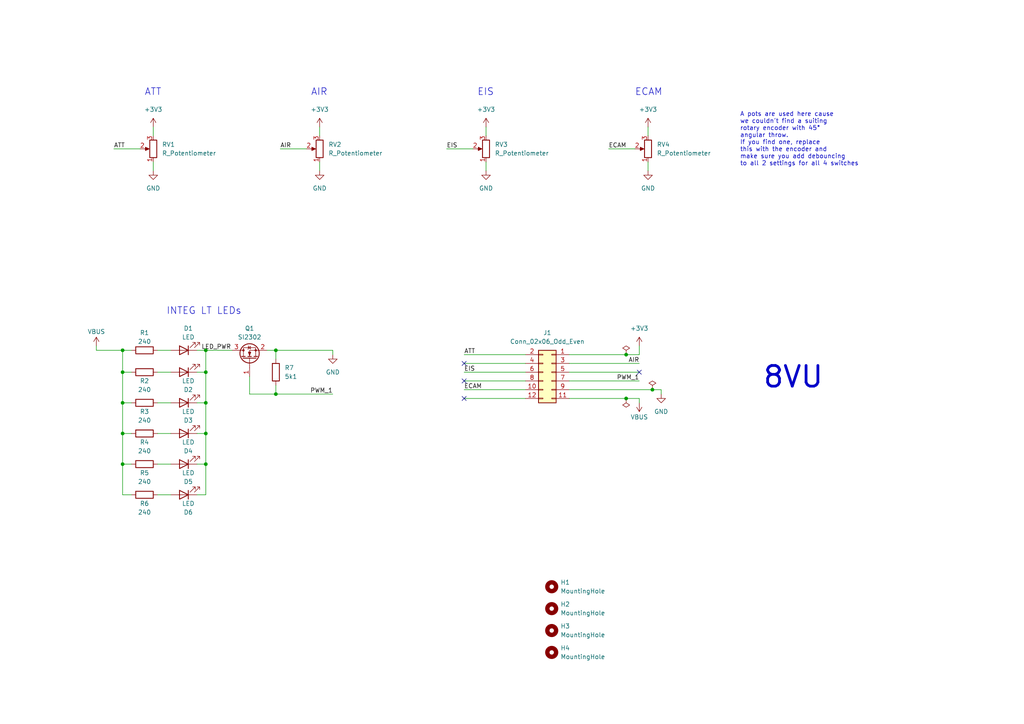
<source format=kicad_sch>
(kicad_sch (version 20230121) (generator eeschema)
  (paper "A4")
  (lib_symbols
    (symbol "Connector_Generic:Conn_02x06_Odd_Even" (pin_names (offset 1.016) hide)
      (property "Reference" "J" (at 1.27 7.62 0))
      (property "Value" "Conn_02x06_Odd_Even" (at 1.27 -10.16 0))
      (symbol "Conn_02x06_Odd_Even_1_1"
        (rectangle (start -1.27 -7.493) (end 0 -7.747) (stroke (width 0.1524)))
        (rectangle (start -1.27 -4.953) (end 0 -5.207) (stroke (width 0.1524)))
        (rectangle (start -1.27 -2.413) (end 0 -2.667) (stroke (width 0.1524)))
        (rectangle (start -1.27 0.127) (end 0 -0.127) (stroke (width 0.1524)))
        (rectangle (start -1.27 2.667) (end 0 2.413) (stroke (width 0.1524)))
        (rectangle (start -1.27 5.207) (end 0 4.953) (stroke (width 0.1524)))
        (rectangle (start -1.27 6.35) (end 3.81 -8.89) (stroke (width 0.254)) (fill (type background)))
        (rectangle (start 3.81 -7.493) (end 2.54 -7.747) (stroke (width 0.1524)))
        (rectangle (start 3.81 -4.953) (end 2.54 -5.207) (stroke (width 0.1524)))
        (rectangle (start 3.81 -2.413) (end 2.54 -2.667) (stroke (width 0.1524)))
        (rectangle (start 3.81 0.127) (end 2.54 -0.127) (stroke (width 0.1524)))
        (rectangle (start 3.81 2.667) (end 2.54 2.413) (stroke (width 0.1524)))
        (rectangle (start 3.81 5.207) (end 2.54 4.953) (stroke (width 0.1524)))
        (pin passive line (at -5.08 5.08 0) (length 3.81) (name "Pin_1") (number "1"))
        (pin passive line (at 7.62 -5.08 180) (length 3.81) (name "Pin_10") (number "10"))
        (pin passive line (at -5.08 -7.62 0) (length 3.81) (name "Pin_11") (number "11"))
        (pin passive line (at 7.62 -7.62 180) (length 3.81) (name "Pin_12") (number "12"))
        (pin passive line (at 7.62 5.08 180) (length 3.81) (name "Pin_2") (number "2"))
        (pin passive line (at -5.08 2.54 0) (length 3.81) (name "Pin_3") (number "3"))
        (pin passive line (at 7.62 2.54 180) (length 3.81) (name "Pin_4") (number "4"))
        (pin passive line (at -5.08 0 0) (length 3.81) (name "Pin_5") (number "5"))
        (pin passive line (at 7.62 0 180) (length 3.81) (name "Pin_6") (number "6"))
        (pin passive line (at -5.08 -2.54 0) (length 3.81) (name "Pin_7") (number "7"))
        (pin passive line (at 7.62 -2.54 180) (length 3.81) (name "Pin_8") (number "8"))
        (pin passive line (at -5.08 -5.08 0) (length 3.81) (name "Pin_9") (number "9"))
      )
    )
    (symbol "Device:LED" (pin_numbers hide) (pin_names (offset 1.016) hide)
      (property "Reference" "D" (at 0 2.54 0))
      (property "Value" "LED" (at 0 -2.54 0))
      (symbol "LED_0_1"
        (polyline (pts (xy -1.27 -1.27) (xy -1.27 1.27)) (stroke (width 0.254)))
        (polyline (pts (xy -1.27 0) (xy 1.27 0)))
        (polyline (pts (xy 1.27 -1.27) (xy 1.27 1.27) (xy -1.27 0) (xy 1.27 -1.27)) (stroke (width 0.254)))
        (polyline (pts (xy -3.048 -0.762) (xy -4.572 -2.286) (xy -3.81 -2.286) (xy -4.572 -2.286) (xy -4.572 -1.524)))
        (polyline (pts (xy -1.778 -0.762) (xy -3.302 -2.286) (xy -2.54 -2.286) (xy -3.302 -2.286) (xy -3.302 -1.524)))
      )
      (symbol "LED_1_1"
        (pin passive line (at -3.81 0 0) (length 2.54) (name "K") (number "1"))
        (pin passive line (at 3.81 0 180) (length 2.54) (name "A") (number "2"))
      )
    )
    (symbol "Device:R" (pin_numbers hide) (pin_names (offset 0))
      (property "Reference" "R" (at 2.032 0 90))
      (property "Value" "R" (at 0 0 90))
      (symbol "R_0_1"
        (rectangle (start -1.016 -2.54) (end 1.016 2.54) (stroke (width 0.254)))
      )
      (symbol "R_1_1"
        (pin passive line (at 0 3.81 270) (length 1.27) (name "~") (number "1"))
        (pin passive line (at 0 -3.81 90) (length 1.27) (name "~") (number "2"))
      )
    )
    (symbol "Device:R_Potentiometer" (pin_names (offset 1.016) hide)
      (property "Reference" "RV" (at -4.445 0 90))
      (property "Value" "R_Potentiometer" (at -2.54 0 90))
      (symbol "R_Potentiometer_0_1"
        (polyline (pts (xy 2.54 0) (xy 1.524 0)))
        (polyline (pts (xy 1.143 0) (xy 2.286 0.508) (xy 2.286 -0.508) (xy 1.143 0)) (fill (type outline)))
        (rectangle (start 1.016 2.54) (end -1.016 -2.54) (stroke (width 0.254)))
      )
      (symbol "R_Potentiometer_1_1"
        (pin passive line (at 0 3.81 270) (length 1.27) (name "1") (number "1"))
        (pin passive line (at 3.81 0 180) (length 1.27) (name "2") (number "2"))
        (pin passive line (at 0 -3.81 90) (length 1.27) (name "3") (number "3"))
      )
    )
    (symbol "Mechanical:MountingHole" (pin_names (offset 1.016))
      (property "Reference" "H" (at 0 5.08 0))
      (property "Value" "MountingHole" (at 0 3.175 0))
      (symbol "MountingHole_0_1"
        (circle (center 0 0) (radius 1.27) (stroke (width 1.27)))
      )
    )
    (symbol "Transistor_FET:2N7002K" (pin_names hide)
      (property "Reference" "Q" (at 5.08 1.905 0))
      (property "Value" "2N7002K" (at 5.08 0 0))
      (symbol "2N7002K_0_1"
        (polyline (pts (xy 0.254 0) (xy -2.54 0)))
        (polyline (pts (xy 0.254 1.905) (xy 0.254 -1.905)) (stroke (width 0.254)))
        (polyline (pts (xy 0.762 -1.27) (xy 0.762 -2.286)) (stroke (width 0.254)))
        (polyline (pts (xy 0.762 0.508) (xy 0.762 -0.508)) (stroke (width 0.254)))
        (polyline (pts (xy 0.762 2.286) (xy 0.762 1.27)) (stroke (width 0.254)))
        (polyline (pts (xy 2.54 2.54) (xy 2.54 1.778)))
        (polyline (pts (xy 2.54 -2.54) (xy 2.54 0) (xy 0.762 0)))
        (polyline (pts (xy 0.762 -1.778) (xy 3.302 -1.778) (xy 3.302 1.778) (xy 0.762 1.778)))
        (polyline (pts (xy 1.016 0) (xy 2.032 0.381) (xy 2.032 -0.381) (xy 1.016 0)) (fill (type outline)))
        (polyline (pts (xy 2.794 0.508) (xy 2.921 0.381) (xy 3.683 0.381) (xy 3.81 0.254)))
        (polyline (pts (xy 3.302 0.381) (xy 2.921 -0.254) (xy 3.683 -0.254) (xy 3.302 0.381)))
        (circle (center 1.651 0) (radius 2.794) (stroke (width 0.254)))
        (circle (center 2.54 -1.778) (radius 0.254) (fill (type outline)))
        (circle (center 2.54 1.778) (radius 0.254) (fill (type outline)))
      )
      (symbol "2N7002K_1_1"
        (pin input line (at -5.08 0 0) (length 2.54) (name "G") (number "1"))
        (pin passive line (at 2.54 -5.08 90) (length 2.54) (name "S") (number "2"))
        (pin passive line (at 2.54 5.08 270) (length 2.54) (name "D") (number "3"))
      )
    )
    (symbol "power:+3V3" (power) (pin_names (offset 0))
      (property "Value" "+3V3" (at 0 3.556 0))
      (symbol "+3V3_0_1"
        (polyline (pts (xy -0.762 1.27) (xy 0 2.54)))
        (polyline (pts (xy 0 0) (xy 0 2.54)))
        (polyline (pts (xy 0 2.54) (xy 0.762 1.27)))
      )
      (symbol "+3V3_1_1"
        (pin power_in line (at 0 0 90) (length 0) hide (name "+3V3") (number "1"))
      )
    )
    (symbol "power:GND" (power) (pin_names (offset 0))
      (property "Value" "GND" (at 0 -3.81 0))
      (symbol "GND_0_1"
        (polyline (pts (xy 0 0) (xy 0 -1.27) (xy 1.27 -1.27) (xy 0 -2.54) (xy -1.27 -1.27) (xy 0 -1.27)))
      )
      (symbol "GND_1_1"
        (pin power_in line (at 0 0 270) (length 0) hide (name "GND") (number "1"))
      )
    )
    (symbol "power:PWR_FLAG" (power) (pin_numbers hide) (pin_names (offset 0) hide)
      (property "Value" "PWR_FLAG" (at 0 3.81 0))
      (symbol "PWR_FLAG_0_0"
        (pin power_out line (at 0 0 90) (length 0) (name "pwr") (number "1"))
      )
      (symbol "PWR_FLAG_0_1"
        (polyline (pts (xy 0 0) (xy 0 1.27) (xy -1.016 1.905) (xy 0 2.54) (xy 1.016 1.905) (xy 0 1.27)))
      )
    )
    (symbol "power:VBUS" (power) (pin_names (offset 0))
      (property "Value" "VBUS" (at 0 3.81 0))
      (symbol "VBUS_0_1"
        (polyline (pts (xy -0.762 1.27) (xy 0 2.54)))
        (polyline (pts (xy 0 0) (xy 0 2.54)))
        (polyline (pts (xy 0 2.54) (xy 0.762 1.27)))
      )
      (symbol "VBUS_1_1"
        (pin power_in line (at 0 0 90) (length 0) hide (name "VBUS") (number "1"))
      )
    )
  )
  (junction (at 59.69 125.73))
  (junction (at 59.69 101.6))
  (junction (at 35.56 107.95))
  (junction (at 59.69 107.95))
  (junction (at 35.56 125.73))
  (junction (at 59.69 116.84))
  (junction (at 80.01 101.6))
  (junction (at 59.69 134.62))
  (junction (at 35.56 101.6))
  (junction (at 35.56 116.84))
  (junction (at 189.23 113.03))
  (junction (at 181.61 102.87))
  (junction (at 80.01 114.3))
  (junction (at 181.61 115.57))
  (junction (at 35.56 134.62))
  (no_connect (at 134.62 105.41))
  (no_connect (at 134.62 110.49))
  (no_connect (at 185.42 107.95))
  (no_connect (at 134.62 115.57))
  (wire (pts (xy 165.1 115.57) (xy 181.61 115.57)))
  (wire (pts (xy 185.42 116.84) (xy 185.42 115.57)))
  (wire (pts (xy 165.1 113.03) (xy 189.23 113.03)))
  (wire (pts (xy 35.56 116.84) (xy 38.1 116.84)))
  (wire (pts (xy 181.61 115.57) (xy 185.42 115.57)))
  (wire (pts (xy 165.1 107.95) (xy 185.42 107.95)))
  (wire (pts (xy 44.45 36.83) (xy 44.45 39.37)))
  (wire (pts (xy 35.56 134.62) (xy 38.1 134.62)))
  (wire (pts (xy 45.72 116.84) (xy 49.53 116.84)))
  (wire (pts (xy 165.1 102.87) (xy 181.61 102.87)))
  (wire (pts (xy 134.62 113.03) (xy 152.4 113.03)))
  (wire (pts (xy 35.56 101.6) (xy 38.1 101.6)))
  (wire (pts (xy 57.15 143.51) (xy 59.69 143.51)))
  (wire (pts (xy 72.39 114.3) (xy 80.01 114.3)))
  (wire (pts (xy 165.1 110.49) (xy 185.42 110.49)))
  (wire (pts (xy 59.69 134.62) (xy 59.69 143.51)))
  (wire (pts (xy 191.77 113.03) (xy 191.77 114.3)))
  (wire (pts (xy 80.01 101.6) (xy 80.01 104.14)))
  (wire (pts (xy 134.62 105.41) (xy 152.4 105.41)))
  (wire (pts (xy 187.96 36.83) (xy 187.96 39.37)))
  (wire (pts (xy 38.1 107.95) (xy 35.56 107.95)))
  (wire (pts (xy 59.69 125.73) (xy 59.69 134.62)))
  (wire (pts (xy 140.97 46.99) (xy 140.97 49.53)))
  (wire (pts (xy 35.56 125.73) (xy 35.56 134.62)))
  (wire (pts (xy 45.72 134.62) (xy 49.53 134.62)))
  (wire (pts (xy 134.62 107.95) (xy 152.4 107.95)))
  (wire (pts (xy 45.72 143.51) (xy 49.53 143.51)))
  (wire (pts (xy 35.56 107.95) (xy 35.56 116.84)))
  (wire (pts (xy 134.62 115.57) (xy 152.4 115.57)))
  (wire (pts (xy 59.69 116.84) (xy 59.69 125.73)))
  (wire (pts (xy 92.71 46.99) (xy 92.71 49.53)))
  (wire (pts (xy 181.61 102.87) (xy 185.42 102.87)))
  (wire (pts (xy 57.15 101.6) (xy 59.69 101.6)))
  (wire (pts (xy 92.71 36.83) (xy 92.71 39.37)))
  (wire (pts (xy 45.72 107.95) (xy 49.53 107.95)))
  (wire (pts (xy 129.54 43.18) (xy 137.16 43.18)))
  (wire (pts (xy 57.15 125.73) (xy 59.69 125.73)))
  (wire (pts (xy 38.1 143.51) (xy 35.56 143.51)))
  (wire (pts (xy 77.47 101.6) (xy 80.01 101.6)))
  (wire (pts (xy 35.56 116.84) (xy 35.56 125.73)))
  (wire (pts (xy 33.02 43.18) (xy 40.64 43.18)))
  (wire (pts (xy 27.94 101.6) (xy 27.94 100.33)))
  (wire (pts (xy 35.56 107.95) (xy 35.56 101.6)))
  (wire (pts (xy 57.15 134.62) (xy 59.69 134.62)))
  (wire (pts (xy 35.56 125.73) (xy 38.1 125.73)))
  (wire (pts (xy 59.69 101.6) (xy 59.69 107.95)))
  (wire (pts (xy 44.45 46.99) (xy 44.45 49.53)))
  (wire (pts (xy 45.72 125.73) (xy 49.53 125.73)))
  (wire (pts (xy 185.42 100.33) (xy 185.42 102.87)))
  (wire (pts (xy 45.72 101.6) (xy 49.53 101.6)))
  (wire (pts (xy 96.52 102.87) (xy 96.52 101.6)))
  (wire (pts (xy 59.69 107.95) (xy 59.69 116.84)))
  (wire (pts (xy 96.52 101.6) (xy 80.01 101.6)))
  (wire (pts (xy 134.62 110.49) (xy 152.4 110.49)))
  (wire (pts (xy 27.94 101.6) (xy 35.56 101.6)))
  (wire (pts (xy 35.56 134.62) (xy 35.56 143.51)))
  (wire (pts (xy 57.15 107.95) (xy 59.69 107.95)))
  (wire (pts (xy 140.97 36.83) (xy 140.97 39.37)))
  (wire (pts (xy 81.28 43.18) (xy 88.9 43.18)))
  (wire (pts (xy 57.15 116.84) (xy 59.69 116.84)))
  (wire (pts (xy 187.96 46.99) (xy 187.96 49.53)))
  (wire (pts (xy 59.69 101.6) (xy 67.31 101.6)))
  (wire (pts (xy 134.62 102.87) (xy 152.4 102.87)))
  (wire (pts (xy 72.39 109.22) (xy 72.39 114.3)))
  (wire (pts (xy 80.01 111.76) (xy 80.01 114.3)))
  (wire (pts (xy 165.1 105.41) (xy 185.42 105.41)))
  (wire (pts (xy 80.01 114.3) (xy 96.52 114.3)))
  (wire (pts (xy 176.53 43.18) (xy 184.15 43.18)))
  (wire (pts (xy 189.23 113.03) (xy 191.77 113.03)))
  (text "AIR" (at 90.17 27.94 0) (effects (font (size 2 2)) (justify left bottom)))
  (text "8VU" (at 220.98 113.03 0) (effects (font (size 6 6) (thickness 0.8) bold) (justify left bottom)))
  (text "EIS" (at 138.43 27.94 0) (effects (font (size 2 2)) (justify left bottom)))
  (text "A pots are used here cause\nwe couldn't find a suiting\nrotary encoder with 45°\nangular throw.\nIf you find one, replace\nthis with the encoder and\nmake sure you add debouncing\nto all 2 settings for all 4 switches" (at 214.63 48.26 0) (effects (font (size 1.27 1.27)) (justify left bottom)))
  (text "INTEG LT LEDs" (at 48.26 91.44 0) (effects (font (size 2 2)) (justify left bottom)))
  (text "ECAM" (at 184.15 27.94 0) (effects (font (size 2 2)) (justify left bottom)))
  (text "ATT" (at 41.91 27.94 0) (effects (font (size 2 2)) (justify left bottom)))
  (label "ATT" (at 33.02 43.18 0))
  (label "PWM_1" (at 96.52 114.3 180))
  (label "LED_PWR" (at 58.42 101.6 0))
  (label "ECAM" (at 134.62 113.03 0))
  (label "PWM_1" (at 185.42 110.49 180))
  (label "AIR" (at 185.42 105.41 180))
  (label "ECAM" (at 176.53 43.18 0))
  (label "EIS" (at 134.62 107.95 0))
  (label "EIS" (at 129.54 43.18 0))
  (label "AIR" (at 81.28 43.18 0))
  (label "ATT" (at 134.62 102.87 0))
  (symbol (lib_id "power:PWR_FLAG") (at 181.61 115.57 180) (unit 1)
    (property "Reference" "#FLG02" (effects hide))
    (property "Value" "PWR_FLAG" (effects hide))
  )
  (symbol (lib_id "Device:R_Potentiometer") (at 44.45 43.18 180) (unit 1)
    (property "Reference" "RV1" (at 46.99 41.91 0) (effects (justify right)))
    (property "Value" "R_Potentiometer" (at 46.99 44.45 0) (effects (justify right)))
    (property "Footprint" "NiasStuff:Potentiometer_Alps_RK09L_Double_Vertical" (effects hide))
    (property "Datasheet" "https://datasheet.lcsc.com/lcsc/1912111437_ALPSALPINE-RK09L1240A12_C380211.pdf" (effects hide))
    (property "Manufracturer" "ALPSALPINE" (effects hide))
    (property "Manufracturer Part Number" "RK09L1240A12" (effects hide))
    (property "JLCPCB Part" "C380211" (effects hide))
  )
  (symbol (lib_id "power:VBUS") (at 185.42 116.84 180) (unit 1)
    (property "Reference" "#PWR012" (effects hide))
    (property "Value" "VBUS" (at 185.42 120.9731 0))
  )
  (symbol (lib_id "power:GND") (at 44.45 49.53 0) (unit 1)
    (property "Reference" "#PWR02" (effects hide))
    (property "Value" "GND" (at 44.45 54.61 0))
  )
  (symbol (lib_id "Mechanical:MountingHole") (at 160.02 182.88 0) (unit 1) (in_bom no)
    (property "Reference" "H3" (at 162.56 181.61 0) (effects (justify left)))
    (property "Value" "MountingHole" (at 162.56 184.15 0) (effects (justify left)))
    (property "Footprint" "MountingHole:MountingHole_2.2mm_M2" (effects hide))
  )
  (symbol (lib_id "Device:R") (at 80.01 107.95 180) (unit 1)
    (property "Reference" "R7" (at 82.55 106.68 0) (effects (justify right)))
    (property "Value" "5k1" (at 82.55 109.22 0) (effects (justify right)))
    (property "Footprint" "Resistor_SMD:R_0603_1608Metric" (effects hide))
    (property "Datasheet" "https://www.lcsc.com/datasheet/lcsc_datasheet_2206010116_UNI-ROYAL-Uniroyal-Elec-0603WAF5101T5E_C23186.pdf" (effects hide))
    (property "JLCPCB Part" "C23186" (effects hide))
    (property "Manufracturer" "UNI-ROYAL(Uniroyal Elec)" (effects hide))
    (property "Manufracturer Part Number" "0603WAF5101T5E" (effects hide))
  )
  (symbol (lib_id "Device:LED") (at 53.34 134.62 180) (unit 1)
    (property "Reference" "D5" (at 54.61 139.7 0))
    (property "Value" "LED" (at 54.61 137.16 0))
    (property "Footprint" "LED_SMD:LED_0805_2012Metric" (effects hide))
    (property "Datasheet" "https://www.lcsc.com/datasheet/lcsc_datasheet_2402181504_XINGLIGHT-XL-2012WWC-DS_C3646928.pdf" (effects hide))
    (property "Manufracturer" "XINGLIGHT" (effects hide))
    (property "Manufracturer Part Number" "XL-2012WWC-DS" (effects hide))
    (property "JLCPCB Part" "C3646928" (effects hide))
  )
  (symbol (lib_id "power:PWR_FLAG") (at 189.23 113.03 0) (unit 1)
    (property "Reference" "#FLG03" (effects hide))
    (property "Value" "PWR_FLAG" (effects hide))
  )
  (symbol (lib_id "Device:R") (at 41.91 134.62 90) (unit 1)
    (property "Reference" "R5" (at 41.91 137.16 90))
    (property "Value" "240" (at 41.91 139.7 90))
    (property "Footprint" "Resistor_SMD:R_0805_2012Metric" (effects hide))
    (property "Datasheet" "https://www.lcsc.com/datasheet/lcsc_datasheet_2206010200_UNI-ROYAL-Uniroyal-Elec-0805W8F2400T5E_C17572.pdf" (effects hide))
    (property "Manufracturer" "UNI-ROYAL(Uniroyal Elec)" (effects hide))
    (property "Manufracturer Part Number" "0805W8F2400T5E" (effects hide))
    (property "JLCPCB Part" "C17572" (effects hide))
  )
  (symbol (lib_id "Device:R") (at 41.91 143.51 90) (unit 1)
    (property "Reference" "R6" (at 41.91 146.05 90))
    (property "Value" "240" (at 41.91 148.59 90))
    (property "Footprint" "Resistor_SMD:R_0805_2012Metric" (effects hide))
    (property "Datasheet" "https://www.lcsc.com/datasheet/lcsc_datasheet_2206010200_UNI-ROYAL-Uniroyal-Elec-0805W8F2400T5E_C17572.pdf" (effects hide))
    (property "Manufracturer" "UNI-ROYAL(Uniroyal Elec)" (effects hide))
    (property "Manufracturer Part Number" "0805W8F2400T5E" (effects hide))
    (property "JLCPCB Part" "C17572" (effects hide))
  )
  (symbol (lib_id "Device:R_Potentiometer") (at 187.96 43.18 180) (unit 1)
    (property "Reference" "RV4" (at 190.5 41.91 0) (effects (justify right)))
    (property "Value" "R_Potentiometer" (at 190.5 44.45 0) (effects (justify right)))
    (property "Footprint" "NiasStuff:Potentiometer_Alps_RK09L_Double_Vertical" (effects hide))
    (property "Datasheet" "https://datasheet.lcsc.com/lcsc/1912111437_ALPSALPINE-RK09L1240A12_C380211.pdf" (effects hide))
    (property "Manufracturer" "ALPSALPINE" (effects hide))
    (property "Manufracturer Part Number" "RK09L1240A12" (effects hide))
    (property "JLCPCB Part" "C380211" (effects hide))
  )
  (symbol (lib_id "Device:LED") (at 53.34 116.84 180) (unit 1)
    (property "Reference" "D3" (at 54.61 121.92 0))
    (property "Value" "LED" (at 54.61 119.38 0))
    (property "Footprint" "LED_SMD:LED_0805_2012Metric" (effects hide))
    (property "Datasheet" "https://www.lcsc.com/datasheet/lcsc_datasheet_2402181504_XINGLIGHT-XL-2012WWC-DS_C3646928.pdf" (effects hide))
    (property "Manufracturer" "XINGLIGHT" (effects hide))
    (property "Manufracturer Part Number" "XL-2012WWC-DS" (effects hide))
    (property "JLCPCB Part" "C3646928" (effects hide))
  )
  (symbol (lib_id "Device:R_Potentiometer") (at 92.71 43.18 180) (unit 1)
    (property "Reference" "RV2" (at 95.25 41.91 0) (effects (justify right)))
    (property "Value" "R_Potentiometer" (at 95.25 44.45 0) (effects (justify right)))
    (property "Footprint" "NiasStuff:Potentiometer_Alps_RK09L_Double_Vertical" (effects hide))
    (property "Datasheet" "https://datasheet.lcsc.com/lcsc/1912111437_ALPSALPINE-RK09L1240A12_C380211.pdf" (effects hide))
    (property "Manufracturer" "ALPSALPINE" (effects hide))
    (property "Manufracturer Part Number" "RK09L1240A12" (effects hide))
    (property "JLCPCB Part" "C380211" (effects hide))
  )
  (symbol (lib_id "power:+3V3") (at 140.97 36.83 0) (unit 1)
    (property "Reference" "#PWR05" (effects hide))
    (property "Value" "+3V3" (at 140.97 31.75 0))
  )
  (symbol (lib_id "power:PWR_FLAG") (at 181.61 102.87 0) (unit 1)
    (property "Reference" "#FLG01" (effects hide))
    (property "Value" "PWR_FLAG" (effects hide))
  )
  (symbol (lib_id "Device:LED") (at 53.34 143.51 180) (unit 1)
    (property "Reference" "D6" (at 54.61 148.59 0))
    (property "Value" "LED" (at 54.61 146.05 0))
    (property "Footprint" "LED_SMD:LED_0805_2012Metric" (effects hide))
    (property "Datasheet" "https://www.lcsc.com/datasheet/lcsc_datasheet_2402181504_XINGLIGHT-XL-2012WWC-DS_C3646928.pdf" (effects hide))
    (property "Manufracturer" "XINGLIGHT" (effects hide))
    (property "Manufracturer Part Number" "XL-2012WWC-DS" (effects hide))
    (property "JLCPCB Part" "C3646928" (effects hide))
  )
  (symbol (lib_id "Device:LED") (at 53.34 125.73 180) (unit 1)
    (property "Reference" "D4" (at 54.61 130.81 0))
    (property "Value" "LED" (at 54.61 128.27 0))
    (property "Footprint" "LED_SMD:LED_0805_2012Metric" (effects hide))
    (property "Datasheet" "https://www.lcsc.com/datasheet/lcsc_datasheet_2402181504_XINGLIGHT-XL-2012WWC-DS_C3646928.pdf" (effects hide))
    (property "Manufracturer" "XINGLIGHT" (effects hide))
    (property "Manufracturer Part Number" "XL-2012WWC-DS" (effects hide))
    (property "JLCPCB Part" "C3646928" (effects hide))
  )
  (symbol (lib_id "power:GND") (at 140.97 49.53 0) (unit 1)
    (property "Reference" "#PWR06" (effects hide))
    (property "Value" "GND" (at 140.97 54.61 0))
  )
  (symbol (lib_id "Device:LED") (at 53.34 107.95 180) (unit 1)
    (property "Reference" "D2" (at 54.61 113.03 0))
    (property "Value" "LED" (at 54.61 110.49 0))
    (property "Footprint" "LED_SMD:LED_0805_2012Metric" (effects hide))
    (property "Datasheet" "https://www.lcsc.com/datasheet/lcsc_datasheet_2402181504_XINGLIGHT-XL-2012WWC-DS_C3646928.pdf" (effects hide))
    (property "Manufracturer" "XINGLIGHT" (effects hide))
    (property "Manufracturer Part Number" "XL-2012WWC-DS" (effects hide))
    (property "JLCPCB Part" "C3646928" (effects hide))
  )
  (symbol (lib_id "power:GND") (at 92.71 49.53 0) (unit 1)
    (property "Reference" "#PWR04" (effects hide))
    (property "Value" "GND" (at 92.71 54.61 0))
  )
  (symbol (lib_id "power:GND") (at 191.77 114.3 0) (unit 1)
    (property "Reference" "#PWR013" (effects hide))
    (property "Value" "GND" (at 191.77 119.38 0))
  )
  (symbol (lib_id "power:+3V3") (at 92.71 36.83 0) (unit 1)
    (property "Reference" "#PWR03" (effects hide))
    (property "Value" "+3V3" (at 92.71 31.75 0))
  )
  (symbol (lib_id "Device:LED") (at 53.34 101.6 180) (unit 1)
    (property "Reference" "D1" (at 54.61 95.25 0))
    (property "Value" "LED" (at 54.61 97.79 0))
    (property "Footprint" "LED_SMD:LED_0805_2012Metric" (effects hide))
    (property "Datasheet" "https://www.lcsc.com/datasheet/lcsc_datasheet_2402181504_XINGLIGHT-XL-2012WWC-DS_C3646928.pdf" (effects hide))
    (property "Manufracturer" "XINGLIGHT" (effects hide))
    (property "Manufracturer Part Number" "XL-2012WWC-DS" (effects hide))
    (property "JLCPCB Part" "C3646928" (effects hide))
  )
  (symbol (lib_id "Mechanical:MountingHole") (at 160.02 189.23 0) (unit 1) (in_bom no)
    (property "Reference" "H4" (at 162.56 187.96 0) (effects (justify left)))
    (property "Value" "MountingHole" (at 162.56 190.5 0) (effects (justify left)))
    (property "Footprint" "MountingHole:MountingHole_2.2mm_M2" (effects hide))
  )
  (symbol (lib_id "Device:R") (at 41.91 101.6 90) (unit 1)
    (property "Reference" "R1" (at 41.91 96.52 90))
    (property "Value" "240" (at 41.91 99.06 90))
    (property "Footprint" "Resistor_SMD:R_0805_2012Metric" (effects hide))
    (property "Datasheet" "https://www.lcsc.com/datasheet/lcsc_datasheet_2206010200_UNI-ROYAL-Uniroyal-Elec-0805W8F2400T5E_C17572.pdf" (effects hide))
    (property "Manufracturer" "UNI-ROYAL(Uniroyal Elec)" (effects hide))
    (property "Manufracturer Part Number" "0805W8F2400T5E" (effects hide))
    (property "JLCPCB Part" "C17572" (effects hide))
  )
  (symbol (lib_id "Device:R") (at 41.91 116.84 90) (unit 1)
    (property "Reference" "R3" (at 41.91 119.38 90))
    (property "Value" "240" (at 41.91 121.92 90))
    (property "Footprint" "Resistor_SMD:R_0805_2012Metric" (effects hide))
    (property "Datasheet" "https://www.lcsc.com/datasheet/lcsc_datasheet_2206010200_UNI-ROYAL-Uniroyal-Elec-0805W8F2400T5E_C17572.pdf" (effects hide))
    (property "Manufracturer" "UNI-ROYAL(Uniroyal Elec)" (effects hide))
    (property "Manufracturer Part Number" "0805W8F2400T5E" (effects hide))
    (property "JLCPCB Part" "C17572" (effects hide))
  )
  (symbol (lib_id "Device:R_Potentiometer") (at 140.97 43.18 180) (unit 1)
    (property "Reference" "RV3" (at 143.51 41.91 0) (effects (justify right)))
    (property "Value" "R_Potentiometer" (at 143.51 44.45 0) (effects (justify right)))
    (property "Footprint" "NiasStuff:Potentiometer_Alps_RK09L_Double_Vertical" (effects hide))
    (property "Datasheet" "https://datasheet.lcsc.com/lcsc/1912111437_ALPSALPINE-RK09L1240A12_C380211.pdf" (effects hide))
    (property "Manufracturer" "ALPSALPINE" (effects hide))
    (property "Manufracturer Part Number" "RK09L1240A12" (effects hide))
    (property "JLCPCB Part" "C380211" (effects hide))
  )
  (symbol (lib_id "power:+3V3") (at 185.42 100.33 0) (unit 1)
    (property "Reference" "#PWR011" (effects hide))
    (property "Value" "+3V3" (at 185.42 95.25 0))
  )
  (symbol (lib_id "Connector_Generic:Conn_02x06_Odd_Even") (at 160.02 107.95 0) (mirror y) (unit 1)
    (property "Reference" "J1" (at 158.75 96.52 0))
    (property "Value" "Conn_02x06_Odd_Even" (at 158.75 99.06 0))
  )
  (symbol (lib_id "Mechanical:MountingHole") (at 160.02 176.53 0) (unit 1) (in_bom no)
    (property "Reference" "H2" (at 162.56 175.26 0) (effects (justify left)))
    (property "Value" "MountingHole" (at 162.56 177.8 0) (effects (justify left)))
    (property "Footprint" "MountingHole:MountingHole_2.2mm_M2" (effects hide))
  )
  (symbol (lib_id "Mechanical:MountingHole") (at 160.02 170.18 0) (unit 1) (in_bom no)
    (property "Reference" "H1" (at 162.56 168.91 0) (effects (justify left)))
    (property "Value" "MountingHole" (at 162.56 171.45 0) (effects (justify left)))
    (property "Footprint" "MountingHole:MountingHole_2.2mm_M2" (effects hide))
  )
  (symbol (lib_id "Transistor_FET:2N7002K") (at 72.39 104.14 90) (unit 1)
    (property "Reference" "Q1" (at 72.39 95.25 90))
    (property "Value" "SI2302" (at 72.39 97.79 90))
    (property "Footprint" "Package_TO_SOT_SMD:SOT-23-3" (effects hide))
    (property "Datasheet" "https://www.lcsc.com/datasheet/lcsc_datasheet_2109011130_YONGYUTAI-SI2302_C2891732.pdf" (effects hide))
    (property "Manufracturer" "YONGYUTAI" (effects hide))
    (property "Manufracturer Part Number" "SI2302" (effects hide))
    (property "JLCPCB Part" "C2891732" (effects hide))
  )
  (symbol (lib_id "power:GND") (at 187.96 49.53 0) (unit 1)
    (property "Reference" "#PWR08" (effects hide))
    (property "Value" "GND" (at 187.96 54.61 0))
  )
  (symbol (lib_id "Device:R") (at 41.91 107.95 90) (unit 1)
    (property "Reference" "R2" (at 41.91 110.49 90))
    (property "Value" "240" (at 41.91 113.03 90))
    (property "Footprint" "Resistor_SMD:R_0805_2012Metric" (effects hide))
    (property "Datasheet" "https://www.lcsc.com/datasheet/lcsc_datasheet_2206010200_UNI-ROYAL-Uniroyal-Elec-0805W8F2400T5E_C17572.pdf" (effects hide))
    (property "Manufracturer" "UNI-ROYAL(Uniroyal Elec)" (effects hide))
    (property "Manufracturer Part Number" "0805W8F2400T5E" (effects hide))
    (property "JLCPCB Part" "C17572" (effects hide))
  )
  (symbol (lib_id "power:GND") (at 96.52 102.87 0) (unit 1)
    (property "Reference" "#PWR010" (effects hide))
    (property "Value" "GND" (at 96.52 107.95 0))
  )
  (symbol (lib_id "power:+3V3") (at 187.96 36.83 0) (unit 1)
    (property "Reference" "#PWR07" (effects hide))
    (property "Value" "+3V3" (at 187.96 31.75 0))
  )
  (symbol (lib_id "power:VBUS") (at 27.94 100.33 0) (unit 1)
    (property "Reference" "#PWR09" (effects hide))
    (property "Value" "VBUS" (at 27.94 96.1969 0))
  )
  (symbol (lib_id "power:+3V3") (at 44.45 36.83 0) (unit 1)
    (property "Reference" "#PWR01" (effects hide))
    (property "Value" "+3V3" (at 44.45 31.75 0))
  )
  (symbol (lib_id "Device:R") (at 41.91 125.73 90) (unit 1)
    (property "Reference" "R4" (at 41.91 128.27 90))
    (property "Value" "240" (at 41.91 130.81 90))
    (property "Footprint" "Resistor_SMD:R_0805_2012Metric" (effects hide))
    (property "Datasheet" "https://www.lcsc.com/datasheet/lcsc_datasheet_2206010200_UNI-ROYAL-Uniroyal-Elec-0805W8F2400T5E_C17572.pdf" (effects hide))
    (property "Manufracturer" "UNI-ROYAL(Uniroyal Elec)" (effects hide))
    (property "Manufracturer Part Number" "0805W8F2400T5E" (effects hide))
    (property "JLCPCB Part" "C17572" (effects hide))
  )
)
</source>
